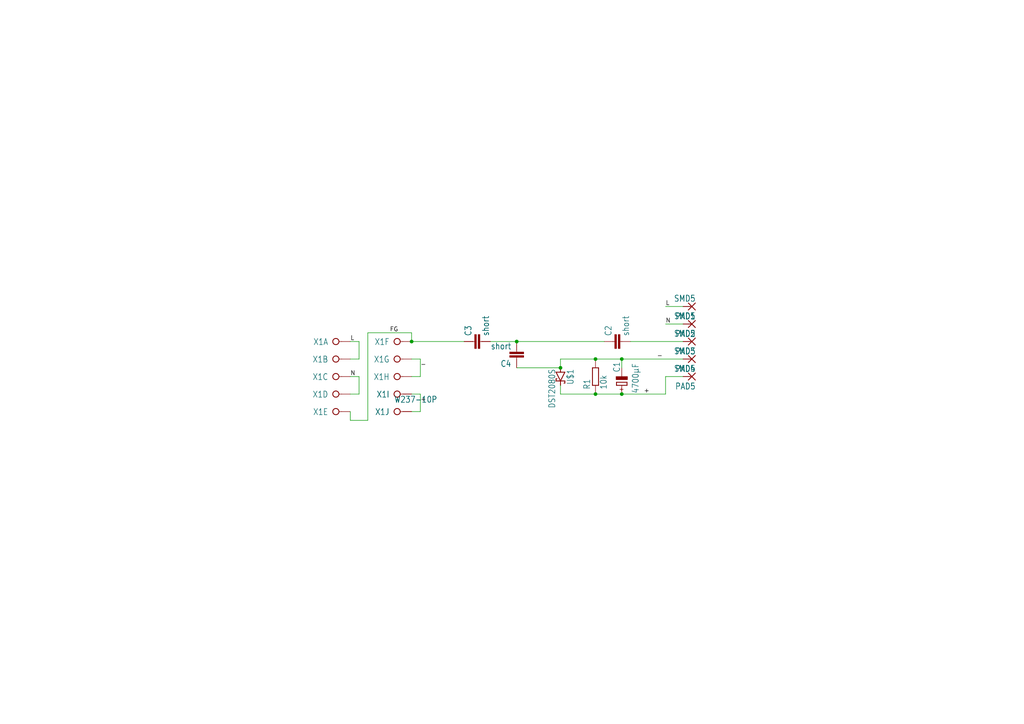
<source format=kicad_sch>
(kicad_sch
	(version 20231120)
	(generator "eeschema")
	(generator_version "8.0")
	(uuid "e88b59f3-004f-415f-8ea1-d23292953830")
	(paper "A4")
	(lib_symbols
		(symbol "24V_PWS-eagle-import:C-EUC1206"
			(exclude_from_sim no)
			(in_bom yes)
			(on_board yes)
			(property "Reference" "C"
				(at 1.524 0.381 0)
				(effects
					(font
						(size 1.778 1.5113)
					)
					(justify left bottom)
				)
			)
			(property "Value" ""
				(at 1.524 -4.699 0)
				(effects
					(font
						(size 1.778 1.5113)
					)
					(justify left bottom)
				)
			)
			(property "Footprint" "24V_PWS:C1206"
				(at 0 0 0)
				(effects
					(font
						(size 1.27 1.27)
					)
					(hide yes)
				)
			)
			(property "Datasheet" ""
				(at 0 0 0)
				(effects
					(font
						(size 1.27 1.27)
					)
					(hide yes)
				)
			)
			(property "Description" "CAPACITOR, European symbol"
				(at 0 0 0)
				(effects
					(font
						(size 1.27 1.27)
					)
					(hide yes)
				)
			)
			(property "ki_locked" ""
				(at 0 0 0)
				(effects
					(font
						(size 1.27 1.27)
					)
				)
			)
			(symbol "C-EUC1206_1_0"
				(rectangle
					(start -2.032 -2.032)
					(end 2.032 -1.524)
					(stroke
						(width 0)
						(type default)
					)
					(fill
						(type outline)
					)
				)
				(rectangle
					(start -2.032 -1.016)
					(end 2.032 -0.508)
					(stroke
						(width 0)
						(type default)
					)
					(fill
						(type outline)
					)
				)
				(polyline
					(pts
						(xy 0 -2.54) (xy 0 -2.032)
					)
					(stroke
						(width 0.1524)
						(type solid)
					)
					(fill
						(type none)
					)
				)
				(polyline
					(pts
						(xy 0 0) (xy 0 -0.508)
					)
					(stroke
						(width 0.1524)
						(type solid)
					)
					(fill
						(type none)
					)
				)
				(pin passive line
					(at 0 2.54 270)
					(length 2.54)
					(name "1"
						(effects
							(font
								(size 0 0)
							)
						)
					)
					(number "1"
						(effects
							(font
								(size 0 0)
							)
						)
					)
				)
				(pin passive line
					(at 0 -5.08 90)
					(length 2.54)
					(name "2"
						(effects
							(font
								(size 0 0)
							)
						)
					)
					(number "2"
						(effects
							(font
								(size 0 0)
							)
						)
					)
				)
			)
		)
		(symbol "24V_PWS-eagle-import:CPOL-EUE7.5-18"
			(exclude_from_sim no)
			(in_bom yes)
			(on_board yes)
			(property "Reference" "C"
				(at 1.143 0.4826 0)
				(effects
					(font
						(size 1.778 1.5113)
					)
					(justify left bottom)
				)
			)
			(property "Value" ""
				(at 1.143 -4.5974 0)
				(effects
					(font
						(size 1.778 1.5113)
					)
					(justify left bottom)
				)
			)
			(property "Footprint" "24V_PWS:E7,5-18"
				(at 0 0 0)
				(effects
					(font
						(size 1.27 1.27)
					)
					(hide yes)
				)
			)
			(property "Datasheet" ""
				(at 0 0 0)
				(effects
					(font
						(size 1.27 1.27)
					)
					(hide yes)
				)
			)
			(property "Description" "POLARIZED CAPACITOR, European symbol"
				(at 0 0 0)
				(effects
					(font
						(size 1.27 1.27)
					)
					(hide yes)
				)
			)
			(property "ki_locked" ""
				(at 0 0 0)
				(effects
					(font
						(size 1.27 1.27)
					)
				)
			)
			(symbol "CPOL-EUE7.5-18_1_0"
				(rectangle
					(start -1.651 -2.54)
					(end 1.651 -1.651)
					(stroke
						(width 0)
						(type default)
					)
					(fill
						(type outline)
					)
				)
				(polyline
					(pts
						(xy -1.524 -0.889) (xy 1.524 -0.889)
					)
					(stroke
						(width 0.254)
						(type solid)
					)
					(fill
						(type none)
					)
				)
				(polyline
					(pts
						(xy -1.524 0) (xy -1.524 -0.889)
					)
					(stroke
						(width 0.254)
						(type solid)
					)
					(fill
						(type none)
					)
				)
				(polyline
					(pts
						(xy -1.524 0) (xy 1.524 0)
					)
					(stroke
						(width 0.254)
						(type solid)
					)
					(fill
						(type none)
					)
				)
				(polyline
					(pts
						(xy 1.524 -0.889) (xy 1.524 0)
					)
					(stroke
						(width 0.254)
						(type solid)
					)
					(fill
						(type none)
					)
				)
				(text "+"
					(at -0.5842 0.4064 900)
					(effects
						(font
							(size 1.27 1.0795)
						)
						(justify left bottom)
					)
				)
				(pin passive line
					(at 0 2.54 270)
					(length 2.54)
					(name "+"
						(effects
							(font
								(size 0 0)
							)
						)
					)
					(number "+"
						(effects
							(font
								(size 0 0)
							)
						)
					)
				)
				(pin passive line
					(at 0 -5.08 90)
					(length 2.54)
					(name "-"
						(effects
							(font
								(size 0 0)
							)
						)
					)
					(number "-"
						(effects
							(font
								(size 0 0)
							)
						)
					)
				)
			)
		)
		(symbol "24V_PWS-eagle-import:DST2080S"
			(exclude_from_sim no)
			(in_bom yes)
			(on_board yes)
			(property "Reference" ""
				(at -2.286 1.905 0)
				(effects
					(font
						(size 1.778 1.5113)
					)
					(justify left bottom)
					(hide yes)
				)
			)
			(property "Value" ""
				(at -2.286 -3.429 0)
				(effects
					(font
						(size 1.778 1.5113)
					)
					(justify left bottom)
				)
			)
			(property "Footprint" "24V_PWS:TO-277B"
				(at 0 0 0)
				(effects
					(font
						(size 1.27 1.27)
					)
					(hide yes)
				)
			)
			(property "Datasheet" ""
				(at 0 0 0)
				(effects
					(font
						(size 1.27 1.27)
					)
					(hide yes)
				)
			)
			(property "Description" "Schottky Diode TO-277B"
				(at 0 0 0)
				(effects
					(font
						(size 1.27 1.27)
					)
					(hide yes)
				)
			)
			(property "ki_locked" ""
				(at 0 0 0)
				(effects
					(font
						(size 1.27 1.27)
					)
				)
			)
			(symbol "DST2080S_1_0"
				(polyline
					(pts
						(xy -1.27 -1.27) (xy 1.27 0)
					)
					(stroke
						(width 0.254)
						(type solid)
					)
					(fill
						(type none)
					)
				)
				(polyline
					(pts
						(xy -1.27 0) (xy -2.54 0)
					)
					(stroke
						(width 0.254)
						(type solid)
					)
					(fill
						(type none)
					)
				)
				(polyline
					(pts
						(xy -1.27 0) (xy -1.27 -1.27)
					)
					(stroke
						(width 0.254)
						(type solid)
					)
					(fill
						(type none)
					)
				)
				(polyline
					(pts
						(xy -1.27 1.27) (xy -1.27 0)
					)
					(stroke
						(width 0.254)
						(type solid)
					)
					(fill
						(type none)
					)
				)
				(polyline
					(pts
						(xy 0.635 -1.016) (xy 0.635 -1.27)
					)
					(stroke
						(width 0.254)
						(type solid)
					)
					(fill
						(type none)
					)
				)
				(polyline
					(pts
						(xy 1.27 -1.27) (xy 0.635 -1.27)
					)
					(stroke
						(width 0.254)
						(type solid)
					)
					(fill
						(type none)
					)
				)
				(polyline
					(pts
						(xy 1.27 0) (xy -1.27 1.27)
					)
					(stroke
						(width 0.254)
						(type solid)
					)
					(fill
						(type none)
					)
				)
				(polyline
					(pts
						(xy 1.27 0) (xy 1.27 -1.27)
					)
					(stroke
						(width 0.254)
						(type solid)
					)
					(fill
						(type none)
					)
				)
				(polyline
					(pts
						(xy 1.27 0) (xy 2.54 0)
					)
					(stroke
						(width 0.254)
						(type solid)
					)
					(fill
						(type none)
					)
				)
				(polyline
					(pts
						(xy 1.27 1.27) (xy 1.27 0)
					)
					(stroke
						(width 0.254)
						(type solid)
					)
					(fill
						(type none)
					)
				)
				(polyline
					(pts
						(xy 1.905 1.27) (xy 1.27 1.27)
					)
					(stroke
						(width 0.254)
						(type solid)
					)
					(fill
						(type none)
					)
				)
				(polyline
					(pts
						(xy 1.905 1.27) (xy 1.905 1.016)
					)
					(stroke
						(width 0.254)
						(type solid)
					)
					(fill
						(type none)
					)
				)
				(pin passive line
					(at 2.54 0 180)
					(length 0)
					(name "C"
						(effects
							(font
								(size 0 0)
							)
						)
					)
					(number "P$1"
						(effects
							(font
								(size 0 0)
							)
						)
					)
				)
				(pin passive line
					(at -2.54 0 0)
					(length 0)
					(name "A"
						(effects
							(font
								(size 0 0)
							)
						)
					)
					(number "P$2"
						(effects
							(font
								(size 0 0)
							)
						)
					)
				)
				(pin passive line
					(at -2.54 0 0)
					(length 0)
					(name "A"
						(effects
							(font
								(size 0 0)
							)
						)
					)
					(number "P$3"
						(effects
							(font
								(size 0 0)
							)
						)
					)
				)
			)
		)
		(symbol "24V_PWS-eagle-import:R-EU_R2012"
			(exclude_from_sim no)
			(in_bom yes)
			(on_board yes)
			(property "Reference" "R"
				(at -3.81 1.4986 0)
				(effects
					(font
						(size 1.778 1.5113)
					)
					(justify left bottom)
				)
			)
			(property "Value" ""
				(at -3.81 -3.302 0)
				(effects
					(font
						(size 1.778 1.5113)
					)
					(justify left bottom)
				)
			)
			(property "Footprint" "24V_PWS:R2012"
				(at 0 0 0)
				(effects
					(font
						(size 1.27 1.27)
					)
					(hide yes)
				)
			)
			(property "Datasheet" ""
				(at 0 0 0)
				(effects
					(font
						(size 1.27 1.27)
					)
					(hide yes)
				)
			)
			(property "Description" "RESISTOR, European symbol"
				(at 0 0 0)
				(effects
					(font
						(size 1.27 1.27)
					)
					(hide yes)
				)
			)
			(property "ki_locked" ""
				(at 0 0 0)
				(effects
					(font
						(size 1.27 1.27)
					)
				)
			)
			(symbol "R-EU_R2012_1_0"
				(polyline
					(pts
						(xy -2.54 -0.889) (xy -2.54 0.889)
					)
					(stroke
						(width 0.254)
						(type solid)
					)
					(fill
						(type none)
					)
				)
				(polyline
					(pts
						(xy -2.54 -0.889) (xy 2.54 -0.889)
					)
					(stroke
						(width 0.254)
						(type solid)
					)
					(fill
						(type none)
					)
				)
				(polyline
					(pts
						(xy 2.54 -0.889) (xy 2.54 0.889)
					)
					(stroke
						(width 0.254)
						(type solid)
					)
					(fill
						(type none)
					)
				)
				(polyline
					(pts
						(xy 2.54 0.889) (xy -2.54 0.889)
					)
					(stroke
						(width 0.254)
						(type solid)
					)
					(fill
						(type none)
					)
				)
				(pin passive line
					(at -5.08 0 0)
					(length 2.54)
					(name "1"
						(effects
							(font
								(size 0 0)
							)
						)
					)
					(number "1"
						(effects
							(font
								(size 0 0)
							)
						)
					)
				)
				(pin passive line
					(at 5.08 0 180)
					(length 2.54)
					(name "2"
						(effects
							(font
								(size 0 0)
							)
						)
					)
					(number "2"
						(effects
							(font
								(size 0 0)
							)
						)
					)
				)
			)
		)
		(symbol "24V_PWS-eagle-import:SMD5"
			(exclude_from_sim no)
			(in_bom yes)
			(on_board yes)
			(property "Reference" "PAD"
				(at -1.143 1.8542 0)
				(effects
					(font
						(size 1.778 1.5113)
					)
					(justify left bottom)
				)
			)
			(property "Value" ""
				(at -1.143 -3.302 0)
				(effects
					(font
						(size 1.778 1.5113)
					)
					(justify left bottom)
				)
			)
			(property "Footprint" "24V_PWS:SMD2,54-5,08"
				(at 0 0 0)
				(effects
					(font
						(size 1.27 1.27)
					)
					(hide yes)
				)
			)
			(property "Datasheet" ""
				(at 0 0 0)
				(effects
					(font
						(size 1.27 1.27)
					)
					(hide yes)
				)
			)
			(property "Description" "SMD PAD"
				(at 0 0 0)
				(effects
					(font
						(size 1.27 1.27)
					)
					(hide yes)
				)
			)
			(property "ki_locked" ""
				(at 0 0 0)
				(effects
					(font
						(size 1.27 1.27)
					)
				)
			)
			(symbol "SMD5_1_0"
				(polyline
					(pts
						(xy -1.016 -1.016) (xy 1.016 1.016)
					)
					(stroke
						(width 0.254)
						(type solid)
					)
					(fill
						(type none)
					)
				)
				(polyline
					(pts
						(xy -1.016 1.016) (xy 1.016 -1.016)
					)
					(stroke
						(width 0.254)
						(type solid)
					)
					(fill
						(type none)
					)
				)
				(pin passive line
					(at 2.54 0 180)
					(length 2.54)
					(name "P"
						(effects
							(font
								(size 0 0)
							)
						)
					)
					(number "1"
						(effects
							(font
								(size 0 0)
							)
						)
					)
				)
			)
		)
		(symbol "24V_PWS-eagle-import:W237-10P"
			(exclude_from_sim no)
			(in_bom yes)
			(on_board yes)
			(property "Reference" "X"
				(at -1.27 0.889 0)
				(effects
					(font
						(size 1.778 1.5113)
					)
					(justify right top)
				)
			)
			(property "Value" ""
				(at 0 2.54 0)
				(effects
					(font
						(size 1.778 1.5113)
					)
					(justify left bottom)
					(hide yes)
				)
			)
			(property "Footprint" "24V_PWS:W237-10P"
				(at 0 0 0)
				(effects
					(font
						(size 1.27 1.27)
					)
					(hide yes)
				)
			)
			(property "Datasheet" ""
				(at 0 0 0)
				(effects
					(font
						(size 1.27 1.27)
					)
					(hide yes)
				)
			)
			(property "Description" "WAGO SREW CLAMP"
				(at 0 0 0)
				(effects
					(font
						(size 1.27 1.27)
					)
					(hide yes)
				)
			)
			(property "ki_locked" ""
				(at 0 0 0)
				(effects
					(font
						(size 1.27 1.27)
					)
				)
			)
			(symbol "W237-10P_1_0"
				(polyline
					(pts
						(xy 1.778 0) (xy 2.54 0)
					)
					(stroke
						(width 0.1524)
						(type solid)
					)
					(fill
						(type none)
					)
				)
				(circle
					(center 0.889 0)
					(radius 0.898)
					(stroke
						(width 0.254)
						(type solid)
					)
					(fill
						(type none)
					)
				)
				(pin passive line
					(at 5.08 0 180)
					(length 2.54)
					(name "KL"
						(effects
							(font
								(size 0 0)
							)
						)
					)
					(number "1"
						(effects
							(font
								(size 0 0)
							)
						)
					)
				)
			)
			(symbol "W237-10P_2_0"
				(polyline
					(pts
						(xy 1.778 0) (xy 2.54 0)
					)
					(stroke
						(width 0.1524)
						(type solid)
					)
					(fill
						(type none)
					)
				)
				(circle
					(center 0.889 0)
					(radius 0.898)
					(stroke
						(width 0.254)
						(type solid)
					)
					(fill
						(type none)
					)
				)
				(pin passive line
					(at 5.08 0 180)
					(length 2.54)
					(name "KL"
						(effects
							(font
								(size 0 0)
							)
						)
					)
					(number "2"
						(effects
							(font
								(size 0 0)
							)
						)
					)
				)
			)
			(symbol "W237-10P_3_0"
				(polyline
					(pts
						(xy 1.778 0) (xy 2.54 0)
					)
					(stroke
						(width 0.1524)
						(type solid)
					)
					(fill
						(type none)
					)
				)
				(circle
					(center 0.889 0)
					(radius 0.898)
					(stroke
						(width 0.254)
						(type solid)
					)
					(fill
						(type none)
					)
				)
				(pin passive line
					(at 5.08 0 180)
					(length 2.54)
					(name "KL"
						(effects
							(font
								(size 0 0)
							)
						)
					)
					(number "3"
						(effects
							(font
								(size 0 0)
							)
						)
					)
				)
			)
			(symbol "W237-10P_4_0"
				(polyline
					(pts
						(xy 1.778 0) (xy 2.54 0)
					)
					(stroke
						(width 0.1524)
						(type solid)
					)
					(fill
						(type none)
					)
				)
				(circle
					(center 0.889 0)
					(radius 0.898)
					(stroke
						(width 0.254)
						(type solid)
					)
					(fill
						(type none)
					)
				)
				(pin passive line
					(at 5.08 0 180)
					(length 2.54)
					(name "KL"
						(effects
							(font
								(size 0 0)
							)
						)
					)
					(number "4"
						(effects
							(font
								(size 0 0)
							)
						)
					)
				)
			)
			(symbol "W237-10P_5_0"
				(polyline
					(pts
						(xy 1.778 0) (xy 2.54 0)
					)
					(stroke
						(width 0.1524)
						(type solid)
					)
					(fill
						(type none)
					)
				)
				(circle
					(center 0.889 0)
					(radius 0.898)
					(stroke
						(width 0.254)
						(type solid)
					)
					(fill
						(type none)
					)
				)
				(pin passive line
					(at 5.08 0 180)
					(length 2.54)
					(name "KL"
						(effects
							(font
								(size 0 0)
							)
						)
					)
					(number "5"
						(effects
							(font
								(size 0 0)
							)
						)
					)
				)
			)
			(symbol "W237-10P_6_0"
				(polyline
					(pts
						(xy 1.778 0) (xy 2.54 0)
					)
					(stroke
						(width 0.1524)
						(type solid)
					)
					(fill
						(type none)
					)
				)
				(circle
					(center 0.889 0)
					(radius 0.898)
					(stroke
						(width 0.254)
						(type solid)
					)
					(fill
						(type none)
					)
				)
				(pin passive line
					(at 5.08 0 180)
					(length 2.54)
					(name "KL"
						(effects
							(font
								(size 0 0)
							)
						)
					)
					(number "6"
						(effects
							(font
								(size 0 0)
							)
						)
					)
				)
			)
			(symbol "W237-10P_7_0"
				(polyline
					(pts
						(xy 1.778 0) (xy 2.54 0)
					)
					(stroke
						(width 0.1524)
						(type solid)
					)
					(fill
						(type none)
					)
				)
				(circle
					(center 0.889 0)
					(radius 0.898)
					(stroke
						(width 0.254)
						(type solid)
					)
					(fill
						(type none)
					)
				)
				(pin passive line
					(at 5.08 0 180)
					(length 2.54)
					(name "KL"
						(effects
							(font
								(size 0 0)
							)
						)
					)
					(number "7"
						(effects
							(font
								(size 0 0)
							)
						)
					)
				)
			)
			(symbol "W237-10P_8_0"
				(polyline
					(pts
						(xy 1.778 0) (xy 2.54 0)
					)
					(stroke
						(width 0.1524)
						(type solid)
					)
					(fill
						(type none)
					)
				)
				(circle
					(center 0.889 0)
					(radius 0.898)
					(stroke
						(width 0.254)
						(type solid)
					)
					(fill
						(type none)
					)
				)
				(pin passive line
					(at 5.08 0 180)
					(length 2.54)
					(name "KL"
						(effects
							(font
								(size 0 0)
							)
						)
					)
					(number "8"
						(effects
							(font
								(size 0 0)
							)
						)
					)
				)
			)
			(symbol "W237-10P_9_0"
				(polyline
					(pts
						(xy 1.778 0) (xy 2.54 0)
					)
					(stroke
						(width 0.1524)
						(type solid)
					)
					(fill
						(type none)
					)
				)
				(circle
					(center 0.889 0)
					(radius 0.898)
					(stroke
						(width 0.254)
						(type solid)
					)
					(fill
						(type none)
					)
				)
				(pin passive line
					(at 5.08 0 180)
					(length 2.54)
					(name "KL"
						(effects
							(font
								(size 0 0)
							)
						)
					)
					(number "9"
						(effects
							(font
								(size 0 0)
							)
						)
					)
				)
			)
			(symbol "W237-10P_10_0"
				(polyline
					(pts
						(xy 1.778 0) (xy 2.54 0)
					)
					(stroke
						(width 0.1524)
						(type solid)
					)
					(fill
						(type none)
					)
				)
				(circle
					(center 0.889 0)
					(radius 0.898)
					(stroke
						(width 0.254)
						(type solid)
					)
					(fill
						(type none)
					)
				)
				(pin passive line
					(at 5.08 0 180)
					(length 2.54)
					(name "KL"
						(effects
							(font
								(size 0 0)
							)
						)
					)
					(number "10"
						(effects
							(font
								(size 0 0)
							)
						)
					)
				)
			)
		)
	)
	(junction
		(at 180.34 104.14)
		(diameter 0)
		(color 0 0 0 0)
		(uuid "75354120-fa89-4426-9282-1209f4d5d694")
	)
	(junction
		(at 172.72 104.14)
		(diameter 0)
		(color 0 0 0 0)
		(uuid "93e4575f-b4fa-4f19-8e35-51db50da0f5e")
	)
	(junction
		(at 172.72 114.3)
		(diameter 0)
		(color 0 0 0 0)
		(uuid "b6a55ee9-e1e9-49f3-9a34-957edd8eb788")
	)
	(junction
		(at 180.34 114.3)
		(diameter 0)
		(color 0 0 0 0)
		(uuid "baefd9b9-f9e3-4129-9762-761c960d37f5")
	)
	(junction
		(at 119.38 99.06)
		(diameter 0)
		(color 0 0 0 0)
		(uuid "e5cacdb1-44c8-4db1-949d-524d342e8981")
	)
	(junction
		(at 149.86 99.06)
		(diameter 0)
		(color 0 0 0 0)
		(uuid "eca6a96e-a83b-4340-922a-6296893f6d70")
	)
	(junction
		(at 162.56 106.68)
		(diameter 0)
		(color 0 0 0 0)
		(uuid "fd93dba9-2588-4e68-83e7-4f83cb5364f6")
	)
	(wire
		(pts
			(xy 149.86 106.68) (xy 162.56 106.68)
		)
		(stroke
			(width 0.1524)
			(type solid)
		)
		(uuid "0a681858-34d6-46c1-807a-e5c2409eab6f")
	)
	(wire
		(pts
			(xy 121.92 119.38) (xy 119.38 119.38)
		)
		(stroke
			(width 0.1524)
			(type solid)
		)
		(uuid "0b808f6f-502d-4aa7-b7bb-e461f335eefb")
	)
	(wire
		(pts
			(xy 101.6 109.22) (xy 104.14 109.22)
		)
		(stroke
			(width 0.1524)
			(type solid)
		)
		(uuid "0ec97959-02b8-41ff-897e-33953a952030")
	)
	(wire
		(pts
			(xy 162.56 114.3) (xy 162.56 111.76)
		)
		(stroke
			(width 0.1524)
			(type solid)
		)
		(uuid "13789e57-b07b-4a41-9a52-d677d0083062")
	)
	(wire
		(pts
			(xy 172.72 114.3) (xy 162.56 114.3)
		)
		(stroke
			(width 0.1524)
			(type solid)
		)
		(uuid "1761e2b5-174f-4caf-a859-e70d60345b16")
	)
	(wire
		(pts
			(xy 193.04 114.3) (xy 180.34 114.3)
		)
		(stroke
			(width 0.1524)
			(type solid)
		)
		(uuid "246223ab-11f1-4f31-9160-2e2b2575380e")
	)
	(wire
		(pts
			(xy 104.14 109.22) (xy 104.14 114.3)
		)
		(stroke
			(width 0.1524)
			(type solid)
		)
		(uuid "481d46ab-51b3-4ab5-8dc5-7d589cea5ebf")
	)
	(wire
		(pts
			(xy 104.14 99.06) (xy 104.14 104.14)
		)
		(stroke
			(width 0.1524)
			(type solid)
		)
		(uuid "567ad6e7-2fb4-4134-994f-f700de81df9d")
	)
	(wire
		(pts
			(xy 193.04 109.22) (xy 193.04 114.3)
		)
		(stroke
			(width 0.1524)
			(type solid)
		)
		(uuid "5bd4a0ca-1183-40dd-9aca-379256b4c1de")
	)
	(wire
		(pts
			(xy 175.26 99.06) (xy 149.86 99.06)
		)
		(stroke
			(width 0.1524)
			(type solid)
		)
		(uuid "5c0e87ee-fc09-47ec-b02d-85a5f2c24608")
	)
	(wire
		(pts
			(xy 121.92 114.3) (xy 121.92 119.38)
		)
		(stroke
			(width 0.1524)
			(type solid)
		)
		(uuid "5f7475b9-b963-477e-87bc-b8bf6ed23acb")
	)
	(wire
		(pts
			(xy 180.34 106.68) (xy 180.34 104.14)
		)
		(stroke
			(width 0.1524)
			(type solid)
		)
		(uuid "7050e00d-d9fa-4cc0-bd6f-47a2eae8ad9c")
	)
	(wire
		(pts
			(xy 198.12 109.22) (xy 193.04 109.22)
		)
		(stroke
			(width 0.1524)
			(type solid)
		)
		(uuid "7261c26a-452a-4c08-89c1-54a14a188550")
	)
	(wire
		(pts
			(xy 101.6 121.92) (xy 106.68 121.92)
		)
		(stroke
			(width 0.1524)
			(type solid)
		)
		(uuid "73079948-623f-460b-90f1-478826a4e77b")
	)
	(wire
		(pts
			(xy 101.6 99.06) (xy 104.14 99.06)
		)
		(stroke
			(width 0.1524)
			(type solid)
		)
		(uuid "7387008b-8e00-4b50-a1b2-0055dd6a6a2b")
	)
	(wire
		(pts
			(xy 198.12 88.9) (xy 193.04 88.9)
		)
		(stroke
			(width 0.1524)
			(type solid)
		)
		(uuid "757b700c-5e5a-4cb2-a788-aeec0eb2fa9f")
	)
	(wire
		(pts
			(xy 106.68 121.92) (xy 106.68 96.52)
		)
		(stroke
			(width 0.1524)
			(type solid)
		)
		(uuid "7bcaed2f-5d55-4ecd-96e5-61d60affd1a5")
	)
	(wire
		(pts
			(xy 149.86 99.06) (xy 142.24 99.06)
		)
		(stroke
			(width 0.1524)
			(type solid)
		)
		(uuid "7dc5017f-b534-40a7-b810-c60809cfae62")
	)
	(wire
		(pts
			(xy 119.38 104.14) (xy 121.92 104.14)
		)
		(stroke
			(width 0.1524)
			(type solid)
		)
		(uuid "92038b41-5226-43e2-81f5-912b023d6488")
	)
	(wire
		(pts
			(xy 162.56 104.14) (xy 162.56 106.68)
		)
		(stroke
			(width 0.1524)
			(type solid)
		)
		(uuid "94588d1a-13f8-4d1d-9902-0f16ea3cf0df")
	)
	(wire
		(pts
			(xy 180.34 114.3) (xy 172.72 114.3)
		)
		(stroke
			(width 0.1524)
			(type solid)
		)
		(uuid "99ed8b82-e865-459e-8933-c9d0755cccae")
	)
	(wire
		(pts
			(xy 104.14 114.3) (xy 101.6 114.3)
		)
		(stroke
			(width 0.1524)
			(type solid)
		)
		(uuid "9a253a8d-14c3-4c72-9b97-fb3d18ca822f")
	)
	(wire
		(pts
			(xy 180.34 104.14) (xy 172.72 104.14)
		)
		(stroke
			(width 0.1524)
			(type solid)
		)
		(uuid "a0aa3d25-af50-4f66-94cf-e2ccb774bdb2")
	)
	(wire
		(pts
			(xy 198.12 104.14) (xy 180.34 104.14)
		)
		(stroke
			(width 0.1524)
			(type solid)
		)
		(uuid "bbb7e4ef-2b46-4795-9022-050f8b468bfe")
	)
	(wire
		(pts
			(xy 101.6 119.38) (xy 101.6 121.92)
		)
		(stroke
			(width 0.1524)
			(type solid)
		)
		(uuid "c4c67061-bc99-4308-9992-3b7c5bed3a33")
	)
	(wire
		(pts
			(xy 121.92 109.22) (xy 119.38 109.22)
		)
		(stroke
			(width 0.1524)
			(type solid)
		)
		(uuid "c8607f73-9b30-446f-b0c0-49dfb5347d15")
	)
	(wire
		(pts
			(xy 172.72 104.14) (xy 162.56 104.14)
		)
		(stroke
			(width 0.1524)
			(type solid)
		)
		(uuid "d3ad7fb8-9538-4832-a391-7640facaad78")
	)
	(wire
		(pts
			(xy 106.68 96.52) (xy 119.38 96.52)
		)
		(stroke
			(width 0.1524)
			(type solid)
		)
		(uuid "d44183ee-38c5-4156-8078-d1d38534d02a")
	)
	(wire
		(pts
			(xy 198.12 99.06) (xy 182.88 99.06)
		)
		(stroke
			(width 0.1524)
			(type solid)
		)
		(uuid "d8c89670-cb10-4840-8bd6-e25f91bd9cca")
	)
	(wire
		(pts
			(xy 121.92 104.14) (xy 121.92 109.22)
		)
		(stroke
			(width 0.1524)
			(type solid)
		)
		(uuid "da3ec52e-9555-4279-bd42-b0b333bb1eff")
	)
	(wire
		(pts
			(xy 104.14 104.14) (xy 101.6 104.14)
		)
		(stroke
			(width 0.1524)
			(type solid)
		)
		(uuid "dae852c4-4d37-4ace-a144-4b73c7d26902")
	)
	(wire
		(pts
			(xy 134.62 99.06) (xy 119.38 99.06)
		)
		(stroke
			(width 0.1524)
			(type solid)
		)
		(uuid "e3c8592b-acbc-40e0-9aaf-8825d6317c9a")
	)
	(wire
		(pts
			(xy 119.38 114.3) (xy 121.92 114.3)
		)
		(stroke
			(width 0.1524)
			(type solid)
		)
		(uuid "eba00868-8b7d-4cb2-8e73-dc3c73a81da6")
	)
	(wire
		(pts
			(xy 119.38 96.52) (xy 119.38 99.06)
		)
		(stroke
			(width 0.1524)
			(type solid)
		)
		(uuid "f9196517-f081-47d1-ac62-a6c9c2080649")
	)
	(wire
		(pts
			(xy 198.12 93.98) (xy 193.04 93.98)
		)
		(stroke
			(width 0.1524)
			(type solid)
		)
		(uuid "fbe23d84-8340-47c5-912e-2829965a3623")
	)
	(label "-"
		(at 121.92 106.68 0)
		(effects
			(font
				(size 1.2446 1.2446)
			)
			(justify left bottom)
		)
		(uuid "1171721c-ecd8-4122-9c90-0e4ea0c2063f")
	)
	(label "+"
		(at 186.69 114.3 0)
		(effects
			(font
				(size 1.2446 1.2446)
			)
			(justify left bottom)
		)
		(uuid "33d4ce01-fae5-4f50-ad3b-5c4b89fe319d")
	)
	(label "N"
		(at 193.04 93.98 0)
		(effects
			(font
				(size 1.2446 1.2446)
			)
			(justify left bottom)
		)
		(uuid "86c8bb15-3108-4f04-b475-6c3bbeadc3f0")
	)
	(label "-"
		(at 190.5 104.14 0)
		(effects
			(font
				(size 1.2446 1.2446)
			)
			(justify left bottom)
		)
		(uuid "89900ddf-62b0-404e-971f-0171ea02d7dd")
	)
	(label "N"
		(at 101.6 109.22 0)
		(effects
			(font
				(size 1.2446 1.2446)
			)
			(justify left bottom)
		)
		(uuid "cd8d9c3f-6025-4e70-847d-7038aedda891")
	)
	(label "L"
		(at 193.04 88.9 0)
		(effects
			(font
				(size 1.2446 1.2446)
			)
			(justify left bottom)
		)
		(uuid "d5524f7e-4297-483d-ad4d-b73975467594")
	)
	(label "+"
		(at 121.92 116.84 0)
		(effects
			(font
				(size 1.2446 1.2446)
			)
			(justify left bottom)
		)
		(uuid "df441c3c-557a-4987-942d-279f7b1dd1fc")
	)
	(label "FG"
		(at 113.03 96.52 0)
		(effects
			(font
				(size 1.2446 1.2446)
			)
			(justify left bottom)
		)
		(uuid "e7c99872-2ce4-499d-8ac1-0c55c44529ed")
	)
	(label "L"
		(at 101.6 99.06 0)
		(effects
			(font
				(size 1.2446 1.2446)
			)
			(justify left bottom)
		)
		(uuid "f6844505-71d6-4998-937b-958872a971b1")
	)
	(symbol
		(lib_id "24V_PWS-eagle-import:W237-10P")
		(at 96.52 119.38 0)
		(unit 5)
		(exclude_from_sim no)
		(in_bom yes)
		(on_board yes)
		(dnp no)
		(uuid "029d99a1-2930-42b1-b4e6-fe221a992e5e")
		(property "Reference" "X1"
			(at 95.25 118.491 0)
			(effects
				(font
					(size 1.778 1.5113)
				)
				(justify right top)
			)
		)
		(property "Value" "W237-10P"
			(at 96.52 116.84 0)
			(effects
				(font
					(size 1.778 1.5113)
				)
				(justify left bottom)
				(hide yes)
			)
		)
		(property "Footprint" "24V_PWS:W237-10P"
			(at 96.52 119.38 0)
			(effects
				(font
					(size 1.27 1.27)
				)
				(hide yes)
			)
		)
		(property "Datasheet" ""
			(at 96.52 119.38 0)
			(effects
				(font
					(size 1.27 1.27)
				)
				(hide yes)
			)
		)
		(property "Description" ""
			(at 96.52 119.38 0)
			(effects
				(font
					(size 1.27 1.27)
				)
				(hide yes)
			)
		)
		(pin "9"
			(uuid "2f3e7a51-d4c7-429c-9807-2bb206f71410")
		)
		(pin "4"
			(uuid "e0b5d3df-da36-469f-80d2-bf56c94ae5f9")
		)
		(pin "7"
			(uuid "d02f621d-1d9c-40a0-b37f-baaaf39c808b")
		)
		(pin "2"
			(uuid "2f084fec-b848-4865-8aaf-31a750b1dc40")
		)
		(pin "3"
			(uuid "d0cd3dda-4175-4074-9d0d-b222c4ea1ee2")
		)
		(pin "1"
			(uuid "6066596c-1770-45f1-9ec1-ed3e4611d368")
		)
		(pin "6"
			(uuid "64978a5d-e4c6-4296-995a-4ce463012a9d")
		)
		(pin "8"
			(uuid "3f9cb895-fa8b-4b8f-98a5-919faf7059f6")
		)
		(pin "10"
			(uuid "4948ee45-db60-49ca-8dd7-1420d8fa9835")
		)
		(pin "5"
			(uuid "220d9fdd-9b0a-490f-b2cb-dd97fb42c571")
		)
		(instances
			(project ""
				(path "/e88b59f3-004f-415f-8ea1-d23292953830"
					(reference "X1")
					(unit 5)
				)
			)
		)
	)
	(symbol
		(lib_id "24V_PWS-eagle-import:R-EU_R2012")
		(at 172.72 109.22 90)
		(unit 1)
		(exclude_from_sim no)
		(in_bom yes)
		(on_board yes)
		(dnp no)
		(uuid "20589109-8495-45c3-81cf-3c9375fd8813")
		(property "Reference" "R1"
			(at 171.2214 113.03 0)
			(effects
				(font
					(size 1.778 1.5113)
				)
				(justify left bottom)
			)
		)
		(property "Value" "10k"
			(at 176.022 113.03 0)
			(effects
				(font
					(size 1.778 1.5113)
				)
				(justify left bottom)
			)
		)
		(property "Footprint" "24V_PWS:R2012"
			(at 172.72 109.22 0)
			(effects
				(font
					(size 1.27 1.27)
				)
				(hide yes)
			)
		)
		(property "Datasheet" ""
			(at 172.72 109.22 0)
			(effects
				(font
					(size 1.27 1.27)
				)
				(hide yes)
			)
		)
		(property "Description" ""
			(at 172.72 109.22 0)
			(effects
				(font
					(size 1.27 1.27)
				)
				(hide yes)
			)
		)
		(pin "1"
			(uuid "52bd8746-5453-40bd-a204-94832d1c20b8")
		)
		(pin "2"
			(uuid "263466a9-e3d2-443e-b347-46ccce5d16ef")
		)
		(instances
			(project ""
				(path "/e88b59f3-004f-415f-8ea1-d23292953830"
					(reference "R1")
					(unit 1)
				)
			)
		)
	)
	(symbol
		(lib_id "24V_PWS-eagle-import:W237-10P")
		(at 96.52 99.06 0)
		(unit 1)
		(exclude_from_sim no)
		(in_bom yes)
		(on_board yes)
		(dnp no)
		(uuid "21218c16-0096-4b5a-808c-2819a7965e27")
		(property "Reference" "X1"
			(at 95.25 98.171 0)
			(effects
				(font
					(size 1.778 1.5113)
				)
				(justify right top)
			)
		)
		(property "Value" "W237-10P"
			(at 96.52 96.52 0)
			(effects
				(font
					(size 1.778 1.5113)
				)
				(justify left bottom)
				(hide yes)
			)
		)
		(property "Footprint" "24V_PWS:W237-10P"
			(at 96.52 99.06 0)
			(effects
				(font
					(size 1.27 1.27)
				)
				(hide yes)
			)
		)
		(property "Datasheet" ""
			(at 96.52 99.06 0)
			(effects
				(font
					(size 1.27 1.27)
				)
				(hide yes)
			)
		)
		(property "Description" ""
			(at 96.52 99.06 0)
			(effects
				(font
					(size 1.27 1.27)
				)
				(hide yes)
			)
		)
		(pin "2"
			(uuid "fd9e1552-2394-4d33-aa14-7623cf2d0b53")
		)
		(pin "8"
			(uuid "df5c02da-d0c5-4bf1-8296-54a1b57676c7")
		)
		(pin "4"
			(uuid "4e3cfa56-e808-44b3-8ed0-220029b373bc")
		)
		(pin "9"
			(uuid "8904e41a-2a4e-46fe-b82a-3d095dee77cc")
		)
		(pin "5"
			(uuid "25ff74fd-44b8-416d-a453-02e103b76948")
		)
		(pin "10"
			(uuid "7c2f5d19-d59c-4f5d-a6d6-0663c7dfd184")
		)
		(pin "1"
			(uuid "10b51a3f-acd0-47e1-84ae-1cff61f166d7")
		)
		(pin "3"
			(uuid "7477dafb-e23e-481f-8194-fc5663c000b2")
		)
		(pin "7"
			(uuid "a696cc77-3576-47ea-a030-9d4e9a3c1c5b")
		)
		(pin "6"
			(uuid "acf80a12-65d7-4117-a854-c07988ab7a0e")
		)
		(instances
			(project ""
				(path "/e88b59f3-004f-415f-8ea1-d23292953830"
					(reference "X1")
					(unit 1)
				)
			)
		)
	)
	(symbol
		(lib_id "24V_PWS-eagle-import:SMD5")
		(at 200.66 109.22 180)
		(unit 1)
		(exclude_from_sim no)
		(in_bom yes)
		(on_board yes)
		(dnp no)
		(uuid "2cc05343-f0df-4f55-9e68-3a6ba2158c92")
		(property "Reference" "PAD5"
			(at 201.803 111.0742 0)
			(effects
				(font
					(size 1.778 1.5113)
				)
				(justify left bottom)
			)
		)
		(property "Value" "SMD5"
			(at 201.803 105.918 0)
			(effects
				(font
					(size 1.778 1.5113)
				)
				(justify left bottom)
			)
		)
		(property "Footprint" "24V_PWS:SMD2,54-5,08"
			(at 200.66 109.22 0)
			(effects
				(font
					(size 1.27 1.27)
				)
				(hide yes)
			)
		)
		(property "Datasheet" ""
			(at 200.66 109.22 0)
			(effects
				(font
					(size 1.27 1.27)
				)
				(hide yes)
			)
		)
		(property "Description" ""
			(at 200.66 109.22 0)
			(effects
				(font
					(size 1.27 1.27)
				)
				(hide yes)
			)
		)
		(pin "1"
			(uuid "449a533c-5aa9-48cf-b658-71afad9aa820")
		)
		(instances
			(project ""
				(path "/e88b59f3-004f-415f-8ea1-d23292953830"
					(reference "PAD5")
					(unit 1)
				)
			)
		)
	)
	(symbol
		(lib_id "24V_PWS-eagle-import:W237-10P")
		(at 96.52 104.14 0)
		(unit 2)
		(exclude_from_sim no)
		(in_bom yes)
		(on_board yes)
		(dnp no)
		(uuid "34f6c2dc-fa1c-47be-ac5f-93b1778ebb9d")
		(property "Reference" "X1"
			(at 95.25 103.251 0)
			(effects
				(font
					(size 1.778 1.5113)
				)
				(justify right top)
			)
		)
		(property "Value" "W237-10P"
			(at 96.52 101.6 0)
			(effects
				(font
					(size 1.778 1.5113)
				)
				(justify left bottom)
				(hide yes)
			)
		)
		(property "Footprint" "24V_PWS:W237-10P"
			(at 96.52 104.14 0)
			(effects
				(font
					(size 1.27 1.27)
				)
				(hide yes)
			)
		)
		(property "Datasheet" ""
			(at 96.52 104.14 0)
			(effects
				(font
					(size 1.27 1.27)
				)
				(hide yes)
			)
		)
		(property "Description" ""
			(at 96.52 104.14 0)
			(effects
				(font
					(size 1.27 1.27)
				)
				(hide yes)
			)
		)
		(pin "1"
			(uuid "b8ba8520-d1af-4538-994f-be771dfbd071")
		)
		(pin "2"
			(uuid "62656179-299c-46b4-8c4f-afcc2ba32a9f")
		)
		(pin "3"
			(uuid "a5579cc8-636f-41b8-a333-18e526402606")
		)
		(pin "4"
			(uuid "c414a08f-6e9e-43cd-b1f5-74b191e43dce")
		)
		(pin "5"
			(uuid "c537bbb6-dd41-4a2b-bbe8-3dcf9e16c772")
		)
		(pin "8"
			(uuid "e7917497-9165-494f-80f3-c50b364bfa81")
		)
		(pin "6"
			(uuid "e72b5bcf-9c78-430e-83d7-215e955cdc54")
		)
		(pin "7"
			(uuid "ffe4148c-3676-4cf7-a2a3-13554a9d54e5")
		)
		(pin "9"
			(uuid "87810740-0b37-4001-8d2d-466e2fde7aa4")
		)
		(pin "10"
			(uuid "db69b425-6c15-414e-a9da-308081dfd1c9")
		)
		(instances
			(project ""
				(path "/e88b59f3-004f-415f-8ea1-d23292953830"
					(reference "X1")
					(unit 2)
				)
			)
		)
	)
	(symbol
		(lib_id "24V_PWS-eagle-import:C-EUC1206")
		(at 137.16 99.06 90)
		(unit 1)
		(exclude_from_sim no)
		(in_bom yes)
		(on_board yes)
		(dnp no)
		(uuid "3ecf5faa-51e0-4ab9-8f43-3f75ebfab89a")
		(property "Reference" "C3"
			(at 136.779 97.536 0)
			(effects
				(font
					(size 1.778 1.5113)
				)
				(justify left bottom)
			)
		)
		(property "Value" "short"
			(at 141.859 97.536 0)
			(effects
				(font
					(size 1.778 1.5113)
				)
				(justify left bottom)
			)
		)
		(property "Footprint" "24V_PWS:C1206"
			(at 137.16 99.06 0)
			(effects
				(font
					(size 1.27 1.27)
				)
				(hide yes)
			)
		)
		(property "Datasheet" ""
			(at 137.16 99.06 0)
			(effects
				(font
					(size 1.27 1.27)
				)
				(hide yes)
			)
		)
		(property "Description" ""
			(at 137.16 99.06 0)
			(effects
				(font
					(size 1.27 1.27)
				)
				(hide yes)
			)
		)
		(pin "1"
			(uuid "a556bfa6-3ef2-4328-81eb-1df987036883")
		)
		(pin "2"
			(uuid "1048e614-8ef7-4ebb-98f2-467f48dd3b77")
		)
		(instances
			(project ""
				(path "/e88b59f3-004f-415f-8ea1-d23292953830"
					(reference "C3")
					(unit 1)
				)
			)
		)
	)
	(symbol
		(lib_id "24V_PWS-eagle-import:C-EUC1206")
		(at 149.86 104.14 180)
		(unit 1)
		(exclude_from_sim no)
		(in_bom yes)
		(on_board yes)
		(dnp no)
		(uuid "56fc9b6b-47a9-4bac-8048-c4bc652d0d9a")
		(property "Reference" "C4"
			(at 148.336 104.521 0)
			(effects
				(font
					(size 1.778 1.5113)
				)
				(justify left bottom)
			)
		)
		(property "Value" "short"
			(at 148.336 99.441 0)
			(effects
				(font
					(size 1.778 1.5113)
				)
				(justify left bottom)
			)
		)
		(property "Footprint" "24V_PWS:C1206"
			(at 149.86 104.14 0)
			(effects
				(font
					(size 1.27 1.27)
				)
				(hide yes)
			)
		)
		(property "Datasheet" ""
			(at 149.86 104.14 0)
			(effects
				(font
					(size 1.27 1.27)
				)
				(hide yes)
			)
		)
		(property "Description" ""
			(at 149.86 104.14 0)
			(effects
				(font
					(size 1.27 1.27)
				)
				(hide yes)
			)
		)
		(pin "1"
			(uuid "954633d2-8ce0-4d92-9302-09e441d369da")
		)
		(pin "2"
			(uuid "6164b413-ee24-4979-8cfa-ae5bb8c9486a")
		)
		(instances
			(project ""
				(path "/e88b59f3-004f-415f-8ea1-d23292953830"
					(reference "C4")
					(unit 1)
				)
			)
		)
	)
	(symbol
		(lib_id "24V_PWS-eagle-import:DST2080S")
		(at 162.56 109.22 270)
		(unit 1)
		(exclude_from_sim no)
		(in_bom yes)
		(on_board yes)
		(dnp no)
		(uuid "5bd51828-e617-465d-8a26-337b10710ac9")
		(property "Reference" "U$1"
			(at 164.465 106.934 0)
			(effects
				(font
					(size 1.778 1.5113)
				)
				(justify left bottom)
			)
		)
		(property "Value" "DST2080S"
			(at 159.131 106.934 0)
			(effects
				(font
					(size 1.778 1.5113)
				)
				(justify left bottom)
			)
		)
		(property "Footprint" "24V_PWS:TO-277B"
			(at 162.56 109.22 0)
			(effects
				(font
					(size 1.27 1.27)
				)
				(hide yes)
			)
		)
		(property "Datasheet" ""
			(at 162.56 109.22 0)
			(effects
				(font
					(size 1.27 1.27)
				)
				(hide yes)
			)
		)
		(property "Description" ""
			(at 162.56 109.22 0)
			(effects
				(font
					(size 1.27 1.27)
				)
				(hide yes)
			)
		)
		(pin "P$2"
			(uuid "2e23c769-4d3b-4a04-8901-fb29477f3683")
		)
		(pin "P$3"
			(uuid "bf27ceab-c545-4329-bbe5-090890df4b0d")
		)
		(pin "P$1"
			(uuid "68683177-e17e-48b3-baa2-8f584875e599")
		)
		(instances
			(project ""
				(path "/e88b59f3-004f-415f-8ea1-d23292953830"
					(reference "U$1")
					(unit 1)
				)
			)
		)
	)
	(symbol
		(lib_id "24V_PWS-eagle-import:CPOL-EUE7.5-18")
		(at 180.34 111.76 180)
		(unit 1)
		(exclude_from_sim no)
		(in_bom yes)
		(on_board yes)
		(dnp no)
		(uuid "64f5c35b-a53f-4126-9a1e-e471d20a0b70")
		(property "Reference" "C1"
			(at 179.8574 108.077 90)
			(effects
				(font
					(size 1.778 1.5113)
				)
				(justify right top)
			)
		)
		(property "Value" "4700µF"
			(at 183.3626 105.283 90)
			(effects
				(font
					(size 1.778 1.5113)
				)
				(justify left bottom)
			)
		)
		(property "Footprint" "24V_PWS:E7,5-18"
			(at 180.34 111.76 0)
			(effects
				(font
					(size 1.27 1.27)
				)
				(hide yes)
			)
		)
		(property "Datasheet" ""
			(at 180.34 111.76 0)
			(effects
				(font
					(size 1.27 1.27)
				)
				(hide yes)
			)
		)
		(property "Description" ""
			(at 180.34 111.76 0)
			(effects
				(font
					(size 1.27 1.27)
				)
				(hide yes)
			)
		)
		(pin "+"
			(uuid "4c02d266-2914-42bd-a222-71f7e9e7322f")
		)
		(pin "-"
			(uuid "2f472834-93b7-46c8-bf08-f2078dcabec7")
		)
		(instances
			(project ""
				(path "/e88b59f3-004f-415f-8ea1-d23292953830"
					(reference "C1")
					(unit 1)
				)
			)
		)
	)
	(symbol
		(lib_id "24V_PWS-eagle-import:W237-10P")
		(at 114.3 109.22 0)
		(unit 8)
		(exclude_from_sim no)
		(in_bom yes)
		(on_board yes)
		(dnp no)
		(uuid "66c87d29-3dfe-4992-93ba-26ca0a5cf133")
		(property "Reference" "X1"
			(at 113.03 108.331 0)
			(effects
				(font
					(size 1.778 1.5113)
				)
				(justify right top)
			)
		)
		(property "Value" "W237-10P"
			(at 114.3 106.68 0)
			(effects
				(font
					(size 1.778 1.5113)
				)
				(justify left bottom)
				(hide yes)
			)
		)
		(property "Footprint" "24V_PWS:W237-10P"
			(at 114.3 109.22 0)
			(effects
				(font
					(size 1.27 1.27)
				)
				(hide yes)
			)
		)
		(property "Datasheet" ""
			(at 114.3 109.22 0)
			(effects
				(font
					(size 1.27 1.27)
				)
				(hide yes)
			)
		)
		(property "Description" ""
			(at 114.3 109.22 0)
			(effects
				(font
					(size 1.27 1.27)
				)
				(hide yes)
			)
		)
		(pin "5"
			(uuid "3f523b61-5846-43b1-a6a4-5dad4116530a")
		)
		(pin "4"
			(uuid "f7a7b705-6c4f-4913-9d90-25ff3f2da54e")
		)
		(pin "2"
			(uuid "af9f9a71-9bd1-45df-b67e-7151469536fc")
		)
		(pin "8"
			(uuid "cfd44d7c-5e12-46d6-a173-c07a75d5fc53")
		)
		(pin "3"
			(uuid "3559b77c-fd8e-4dde-ac95-9af2b63169e8")
		)
		(pin "6"
			(uuid "6c6d7eff-72af-4be9-9953-701875b54899")
		)
		(pin "1"
			(uuid "2f1ed791-a998-4f26-b4c5-a5f0f823e2f8")
		)
		(pin "10"
			(uuid "87b49ece-3a3d-4532-b2cc-823fc85b69c6")
		)
		(pin "7"
			(uuid "0ded4909-797b-45e8-80ab-f4131f6f1655")
		)
		(pin "9"
			(uuid "d3b19ea3-05a9-435a-867c-f66683b861a3")
		)
		(instances
			(project ""
				(path "/e88b59f3-004f-415f-8ea1-d23292953830"
					(reference "X1")
					(unit 8)
				)
			)
		)
	)
	(symbol
		(lib_id "24V_PWS-eagle-import:W237-10P")
		(at 114.3 99.06 0)
		(unit 6)
		(exclude_from_sim no)
		(in_bom yes)
		(on_board yes)
		(dnp no)
		(uuid "67eef19e-ee1d-4712-bbf8-031ba4e98e94")
		(property "Reference" "X1"
			(at 113.03 98.171 0)
			(effects
				(font
					(size 1.778 1.5113)
				)
				(justify right top)
			)
		)
		(property "Value" "W237-10P"
			(at 114.3 96.52 0)
			(effects
				(font
					(size 1.778 1.5113)
				)
				(justify left bottom)
				(hide yes)
			)
		)
		(property "Footprint" "24V_PWS:W237-10P"
			(at 114.3 99.06 0)
			(effects
				(font
					(size 1.27 1.27)
				)
				(hide yes)
			)
		)
		(property "Datasheet" ""
			(at 114.3 99.06 0)
			(effects
				(font
					(size 1.27 1.27)
				)
				(hide yes)
			)
		)
		(property "Description" ""
			(at 114.3 99.06 0)
			(effects
				(font
					(size 1.27 1.27)
				)
				(hide yes)
			)
		)
		(pin "2"
			(uuid "c1b272f2-1a36-4ee9-a007-442b4911aaa5")
		)
		(pin "3"
			(uuid "3e961b08-28b2-40b8-9be6-4787df881e69")
		)
		(pin "6"
			(uuid "63e7fcf9-c764-480b-9aa4-4dfb5c0965e7")
		)
		(pin "1"
			(uuid "356c4246-c776-47c5-a52c-c755251e28e8")
		)
		(pin "8"
			(uuid "7398dd74-7bcc-4991-9ba3-c1baa327a258")
		)
		(pin "9"
			(uuid "d7c3c595-e68d-494c-a81f-b53742bd6d32")
		)
		(pin "4"
			(uuid "b9355f3c-6835-4b37-920d-f79554851b3e")
		)
		(pin "7"
			(uuid "6f507333-f8b8-4b09-a621-ab1e203f8cca")
		)
		(pin "10"
			(uuid "0dd82ed8-0763-40fd-8c87-c5237cac8b4b")
		)
		(pin "5"
			(uuid "2c9898a0-b1cd-4000-b8c4-05e56676ae04")
		)
		(instances
			(project ""
				(path "/e88b59f3-004f-415f-8ea1-d23292953830"
					(reference "X1")
					(unit 6)
				)
			)
		)
	)
	(symbol
		(lib_id "24V_PWS-eagle-import:SMD5")
		(at 200.66 88.9 180)
		(unit 1)
		(exclude_from_sim no)
		(in_bom yes)
		(on_board yes)
		(dnp no)
		(uuid "75e58a4a-d290-4907-b5b6-79e301010639")
		(property "Reference" "PAD1"
			(at 201.803 90.7542 0)
			(effects
				(font
					(size 1.778 1.5113)
				)
				(justify left bottom)
			)
		)
		(property "Value" "SMD5"
			(at 201.803 85.598 0)
			(effects
				(font
					(size 1.778 1.5113)
				)
				(justify left bottom)
			)
		)
		(property "Footprint" "24V_PWS:SMD2,54-5,08"
			(at 200.66 88.9 0)
			(effects
				(font
					(size 1.27 1.27)
				)
				(hide yes)
			)
		)
		(property "Datasheet" ""
			(at 200.66 88.9 0)
			(effects
				(font
					(size 1.27 1.27)
				)
				(hide yes)
			)
		)
		(property "Description" ""
			(at 200.66 88.9 0)
			(effects
				(font
					(size 1.27 1.27)
				)
				(hide yes)
			)
		)
		(pin "1"
			(uuid "92da9476-ffaf-466e-9e77-7d2dbeb49075")
		)
		(instances
			(project ""
				(path "/e88b59f3-004f-415f-8ea1-d23292953830"
					(reference "PAD1")
					(unit 1)
				)
			)
		)
	)
	(symbol
		(lib_id "24V_PWS-eagle-import:C-EUC1206")
		(at 177.8 99.06 90)
		(unit 1)
		(exclude_from_sim no)
		(in_bom yes)
		(on_board yes)
		(dnp no)
		(uuid "7f6fcb6c-2aca-47ad-b377-78c2b4b7b8d1")
		(property "Reference" "C2"
			(at 177.419 97.536 0)
			(effects
				(font
					(size 1.778 1.5113)
				)
				(justify left bottom)
			)
		)
		(property "Value" "short"
			(at 182.499 97.536 0)
			(effects
				(font
					(size 1.778 1.5113)
				)
				(justify left bottom)
			)
		)
		(property "Footprint" "24V_PWS:C1206"
			(at 177.8 99.06 0)
			(effects
				(font
					(size 1.27 1.27)
				)
				(hide yes)
			)
		)
		(property "Datasheet" ""
			(at 177.8 99.06 0)
			(effects
				(font
					(size 1.27 1.27)
				)
				(hide yes)
			)
		)
		(property "Description" ""
			(at 177.8 99.06 0)
			(effects
				(font
					(size 1.27 1.27)
				)
				(hide yes)
			)
		)
		(pin "2"
			(uuid "4ee3ac19-32fa-4015-8203-75da068c12ff")
		)
		(pin "1"
			(uuid "0801d924-6f6f-4d1b-a7c6-112aeac9af42")
		)
		(instances
			(project ""
				(path "/e88b59f3-004f-415f-8ea1-d23292953830"
					(reference "C2")
					(unit 1)
				)
			)
		)
	)
	(symbol
		(lib_id "24V_PWS-eagle-import:SMD5")
		(at 200.66 104.14 180)
		(unit 1)
		(exclude_from_sim no)
		(in_bom yes)
		(on_board yes)
		(dnp no)
		(uuid "8d6e370d-d8ea-464e-8f9a-9ee539016aab")
		(property "Reference" "PAD4"
			(at 201.803 105.9942 0)
			(effects
				(font
					(size 1.778 1.5113)
				)
				(justify left bottom)
			)
		)
		(property "Value" "SMD5"
			(at 201.803 100.838 0)
			(effects
				(font
					(size 1.778 1.5113)
				)
				(justify left bottom)
			)
		)
		(property "Footprint" "24V_PWS:SMD2,54-5,08"
			(at 200.66 104.14 0)
			(effects
				(font
					(size 1.27 1.27)
				)
				(hide yes)
			)
		)
		(property "Datasheet" ""
			(at 200.66 104.14 0)
			(effects
				(font
					(size 1.27 1.27)
				)
				(hide yes)
			)
		)
		(property "Description" ""
			(at 200.66 104.14 0)
			(effects
				(font
					(size 1.27 1.27)
				)
				(hide yes)
			)
		)
		(pin "1"
			(uuid "08fb4ddf-d085-46ef-80a6-5427a08bc3d4")
		)
		(instances
			(project ""
				(path "/e88b59f3-004f-415f-8ea1-d23292953830"
					(reference "PAD4")
					(unit 1)
				)
			)
		)
	)
	(symbol
		(lib_id "24V_PWS-eagle-import:W237-10P")
		(at 114.3 114.3 0)
		(unit 9)
		(exclude_from_sim no)
		(in_bom yes)
		(on_board yes)
		(dnp no)
		(uuid "8f156793-e291-4f4a-9b7a-f1e58fdbae8b")
		(property "Reference" "X1"
			(at 113.03 113.411 0)
			(effects
				(font
					(size 1.778 1.5113)
				)
				(justify right top)
			)
		)
		(property "Value" "W237-10P"
			(at 114.3 111.76 0)
			(effects
				(font
					(size 1.778 1.5113)
				)
				(justify left bottom)
				(hide yes)
			)
		)
		(property "Footprint" "24V_PWS:W237-10P"
			(at 114.3 114.3 0)
			(effects
				(font
					(size 1.27 1.27)
				)
				(hide yes)
			)
		)
		(property "Datasheet" ""
			(at 114.3 114.3 0)
			(effects
				(font
					(size 1.27 1.27)
				)
				(hide yes)
			)
		)
		(property "Description" ""
			(at 114.3 114.3 0)
			(effects
				(font
					(size 1.27 1.27)
				)
				(hide yes)
			)
		)
		(pin "8"
			(uuid "1e61f81f-75b7-484a-93a1-ef7d39db2cee")
		)
		(pin "1"
			(uuid "88620864-da45-4bb3-8879-b6acc7796b58")
		)
		(pin "2"
			(uuid "602a7bd5-7f48-4be6-89c2-a7b2aa6a5c4a")
		)
		(pin "6"
			(uuid "dfd4aba1-f35d-4852-998e-8f270caf48d9")
		)
		(pin "7"
			(uuid "28ee5040-f03c-4ff1-916a-1d5da4841fdc")
		)
		(pin "9"
			(uuid "4023ceef-e37a-4221-ac55-ab6bd330e496")
		)
		(pin "3"
			(uuid "add61093-097d-4a74-a528-6f736426c07a")
		)
		(pin "10"
			(uuid "5159b880-1da7-4b7f-89d7-d6c2cfaa77da")
		)
		(pin "4"
			(uuid "c7a81251-3deb-411d-b722-82606faddabf")
		)
		(pin "5"
			(uuid "fdbb52bc-c9bb-42d6-937c-af19352d7c83")
		)
		(instances
			(project ""
				(path "/e88b59f3-004f-415f-8ea1-d23292953830"
					(reference "X1")
					(unit 9)
				)
			)
		)
	)
	(symbol
		(lib_id "24V_PWS-eagle-import:SMD5")
		(at 200.66 99.06 180)
		(unit 1)
		(exclude_from_sim no)
		(in_bom yes)
		(on_board yes)
		(dnp no)
		(uuid "9aa49cad-34b0-45fe-8273-f588750c5f82")
		(property "Reference" "PAD3"
			(at 201.803 100.9142 0)
			(effects
				(font
					(size 1.778 1.5113)
				)
				(justify left bottom)
			)
		)
		(property "Value" "SMD5"
			(at 201.803 95.758 0)
			(effects
				(font
					(size 1.778 1.5113)
				)
				(justify left bottom)
			)
		)
		(property "Footprint" "24V_PWS:SMD2,54-5,08"
			(at 200.66 99.06 0)
			(effects
				(font
					(size 1.27 1.27)
				)
				(hide yes)
			)
		)
		(property "Datasheet" ""
			(at 200.66 99.06 0)
			(effects
				(font
					(size 1.27 1.27)
				)
				(hide yes)
			)
		)
		(property "Description" ""
			(at 200.66 99.06 0)
			(effects
				(font
					(size 1.27 1.27)
				)
				(hide yes)
			)
		)
		(pin "1"
			(uuid "ea1fba3d-deb0-4193-9ff9-e15d65d0c5f0")
		)
		(instances
			(project ""
				(path "/e88b59f3-004f-415f-8ea1-d23292953830"
					(reference "PAD3")
					(unit 1)
				)
			)
		)
	)
	(symbol
		(lib_id "24V_PWS-eagle-import:W237-10P")
		(at 114.3 104.14 0)
		(unit 7)
		(exclude_from_sim no)
		(in_bom yes)
		(on_board yes)
		(dnp no)
		(uuid "9bc87647-4081-4207-b527-f4e1517b3b57")
		(property "Reference" "X1"
			(at 113.03 103.251 0)
			(effects
				(font
					(size 1.778 1.5113)
				)
				(justify right top)
			)
		)
		(property "Value" "W237-10P"
			(at 114.3 101.6 0)
			(effects
				(font
					(size 1.778 1.5113)
				)
				(justify left bottom)
				(hide yes)
			)
		)
		(property "Footprint" "24V_PWS:W237-10P"
			(at 114.3 104.14 0)
			(effects
				(font
					(size 1.27 1.27)
				)
				(hide yes)
			)
		)
		(property "Datasheet" ""
			(at 114.3 104.14 0)
			(effects
				(font
					(size 1.27 1.27)
				)
				(hide yes)
			)
		)
		(property "Description" ""
			(at 114.3 104.14 0)
			(effects
				(font
					(size 1.27 1.27)
				)
				(hide yes)
			)
		)
		(pin "9"
			(uuid "ae04d09d-baa5-4021-ae5f-75faa532e20e")
		)
		(pin "8"
			(uuid "74ad8153-4c90-4131-ab36-574bc94b3e2e")
		)
		(pin "10"
			(uuid "7ed364ba-da56-4a2a-9fdb-a6acf10da07c")
		)
		(pin "3"
			(uuid "030804d1-2f7d-4caa-a900-23adcc358386")
		)
		(pin "4"
			(uuid "f13fe369-5073-4ca9-b2c1-cf46343f3e5c")
		)
		(pin "5"
			(uuid "55712275-7315-4b4b-b0a4-bc80197230e7")
		)
		(pin "6"
			(uuid "fffa4c60-cce7-4b6f-a14f-965d24bb2328")
		)
		(pin "7"
			(uuid "070803c4-c4ad-4f34-9570-205bc790f3b4")
		)
		(pin "1"
			(uuid "81645d48-60b1-4775-8ede-44e8cd3237d9")
		)
		(pin "2"
			(uuid "6d8511c5-f67a-46fc-9144-8e79a9c2b0e3")
		)
		(instances
			(project ""
				(path "/e88b59f3-004f-415f-8ea1-d23292953830"
					(reference "X1")
					(unit 7)
				)
			)
		)
	)
	(symbol
		(lib_id "24V_PWS-eagle-import:W237-10P")
		(at 96.52 109.22 0)
		(unit 3)
		(exclude_from_sim no)
		(in_bom yes)
		(on_board yes)
		(dnp no)
		(uuid "b9f7b802-44f7-4b41-8139-b8614dd26eb7")
		(property "Reference" "X1"
			(at 95.25 108.331 0)
			(effects
				(font
					(size 1.778 1.5113)
				)
				(justify right top)
			)
		)
		(property "Value" "W237-10P"
			(at 96.52 106.68 0)
			(effects
				(font
					(size 1.778 1.5113)
				)
				(justify left bottom)
				(hide yes)
			)
		)
		(property "Footprint" "24V_PWS:W237-10P"
			(at 96.52 109.22 0)
			(effects
				(font
					(size 1.27 1.27)
				)
				(hide yes)
			)
		)
		(property "Datasheet" ""
			(at 96.52 109.22 0)
			(effects
				(font
					(size 1.27 1.27)
				)
				(hide yes)
			)
		)
		(property "Description" ""
			(at 96.52 109.22 0)
			(effects
				(font
					(size 1.27 1.27)
				)
				(hide yes)
			)
		)
		(pin "1"
			(uuid "721fc2ee-9df3-41d3-b159-ddc7fbfca169")
		)
		(pin "3"
			(uuid "051bf65d-b35e-4f93-a27f-09e06bc1ebd1")
		)
		(pin "4"
			(uuid "f9f86406-d5c4-40ce-bed0-e5644cf4d54c")
		)
		(pin "5"
			(uuid "21f97576-521d-485c-90e8-4642a4f61b5f")
		)
		(pin "8"
			(uuid "8a72ce11-769d-496a-818a-8ff7b68f5832")
		)
		(pin "2"
			(uuid "b9c1cbe7-8176-46a6-8e9b-0949642aea30")
		)
		(pin "6"
			(uuid "91b152a6-0a77-46d6-9cc7-542ba0a71198")
		)
		(pin "7"
			(uuid "7808fa73-80d4-468b-9a41-93a17d63e0f9")
		)
		(pin "9"
			(uuid "405a6a05-85e2-4a01-8bf6-59ccb8627611")
		)
		(pin "10"
			(uuid "1f984c85-6683-45cd-80b6-951f998f37fe")
		)
		(instances
			(project ""
				(path "/e88b59f3-004f-415f-8ea1-d23292953830"
					(reference "X1")
					(unit 3)
				)
			)
		)
	)
	(symbol
		(lib_id "24V_PWS-eagle-import:W237-10P")
		(at 96.52 114.3 0)
		(unit 4)
		(exclude_from_sim no)
		(in_bom yes)
		(on_board yes)
		(dnp no)
		(uuid "bb9e1621-09be-4c0f-96f9-05648b4934d6")
		(property "Reference" "X1"
			(at 95.25 113.411 0)
			(effects
				(font
					(size 1.778 1.5113)
				)
				(justify right top)
			)
		)
		(property "Value" "W237-10P"
			(at 96.52 111.76 0)
			(effects
				(font
					(size 1.778 1.5113)
				)
				(justify left bottom)
				(hide yes)
			)
		)
		(property "Footprint" "24V_PWS:W237-10P"
			(at 96.52 114.3 0)
			(effects
				(font
					(size 1.27 1.27)
				)
				(hide yes)
			)
		)
		(property "Datasheet" ""
			(at 96.52 114.3 0)
			(effects
				(font
					(size 1.27 1.27)
				)
				(hide yes)
			)
		)
		(property "Description" ""
			(at 96.52 114.3 0)
			(effects
				(font
					(size 1.27 1.27)
				)
				(hide yes)
			)
		)
		(pin "10"
			(uuid "b28463d0-36e5-498a-997e-511115caa791")
		)
		(pin "2"
			(uuid "0b6ee660-0866-4052-b011-fc5a7852974d")
		)
		(pin "4"
			(uuid "d5ead2f3-8041-4014-be2e-6e23ad31fa6c")
		)
		(pin "8"
			(uuid "03944b2b-6152-49d6-8c62-dce0ed172ebc")
		)
		(pin "3"
			(uuid "3fb5e1ef-2116-4d4c-b345-3cf2d901ef54")
		)
		(pin "9"
			(uuid "33e6d075-6239-4623-a4d0-4750adb2057f")
		)
		(pin "7"
			(uuid "786c76f0-fcd2-43a5-a6ac-156739381780")
		)
		(pin "1"
			(uuid "5ce500d9-5bfa-4711-b4a5-e1ab8fdcd00e")
		)
		(pin "5"
			(uuid "27d64f21-f16b-4c49-b1cd-bb1673c18640")
		)
		(pin "6"
			(uuid "80b1d054-a334-441f-a7f5-28068e4d172e")
		)
		(instances
			(project ""
				(path "/e88b59f3-004f-415f-8ea1-d23292953830"
					(reference "X1")
					(unit 4)
				)
			)
		)
	)
	(symbol
		(lib_id "24V_PWS-eagle-import:SMD5")
		(at 200.66 93.98 180)
		(unit 1)
		(exclude_from_sim no)
		(in_bom yes)
		(on_board yes)
		(dnp no)
		(uuid "cd53268c-bf5b-469f-a047-a5d4b5d32e65")
		(property "Reference" "PAD2"
			(at 201.803 95.8342 0)
			(effects
				(font
					(size 1.778 1.5113)
				)
				(justify left bottom)
			)
		)
		(property "Value" "SMD5"
			(at 201.803 90.678 0)
			(effects
				(font
					(size 1.778 1.5113)
				)
				(justify left bottom)
			)
		)
		(property "Footprint" "24V_PWS:SMD2,54-5,08"
			(at 200.66 93.98 0)
			(effects
				(font
					(size 1.27 1.27)
				)
				(hide yes)
			)
		)
		(property "Datasheet" ""
			(at 200.66 93.98 0)
			(effects
				(font
					(size 1.27 1.27)
				)
				(hide yes)
			)
		)
		(property "Description" ""
			(at 200.66 93.98 0)
			(effects
				(font
					(size 1.27 1.27)
				)
				(hide yes)
			)
		)
		(pin "1"
			(uuid "20121f64-f1be-46fc-b072-ecc90f838298")
		)
		(instances
			(project ""
				(path "/e88b59f3-004f-415f-8ea1-d23292953830"
					(reference "PAD2")
					(unit 1)
				)
			)
		)
	)
	(symbol
		(lib_id "24V_PWS-eagle-import:W237-10P")
		(at 114.3 119.38 0)
		(unit 10)
		(exclude_from_sim no)
		(in_bom yes)
		(on_board yes)
		(dnp no)
		(uuid "e4a340c3-c7ac-44d0-87f9-ebde6bc12b52")
		(property "Reference" "X1"
			(at 113.03 118.491 0)
			(effects
				(font
					(size 1.778 1.5113)
				)
				(justify right top)
			)
		)
		(property "Value" "W237-10P"
			(at 114.3 116.84 0)
			(effects
				(font
					(size 1.778 1.5113)
				)
				(justify left bottom)
			)
		)
		(property "Footprint" "24V_PWS:W237-10P"
			(at 114.3 119.38 0)
			(effects
				(font
					(size 1.27 1.27)
				)
				(hide yes)
			)
		)
		(property "Datasheet" ""
			(at 114.3 119.38 0)
			(effects
				(font
					(size 1.27 1.27)
				)
				(hide yes)
			)
		)
		(property "Description" ""
			(at 114.3 119.38 0)
			(effects
				(font
					(size 1.27 1.27)
				)
				(hide yes)
			)
		)
		(pin "9"
			(uuid "8ac90f04-4d13-4fdc-aa4a-2a8e183bf639")
		)
		(pin "3"
			(uuid "8898dae4-63ef-4d73-b4a0-c8f4739725f1")
		)
		(pin "1"
			(uuid "ab03775d-5112-492b-ba08-a6454bdb18e4")
		)
		(pin "2"
			(uuid "280e2b22-b546-4fde-9f84-ad92e92ff86c")
		)
		(pin "7"
			(uuid "5b85ccb1-f237-45d6-99f9-ed4536728ff6")
		)
		(pin "10"
			(uuid "e1869b5c-ac38-4aad-a972-6f0d6d98c798")
		)
		(pin "8"
			(uuid "0067e00a-4210-468a-8b39-e09e944ede67")
		)
		(pin "4"
			(uuid "adec3f2c-2f24-456a-a554-36159b3d571f")
		)
		(pin "6"
			(uuid "5ce69790-7271-45da-8254-54ac0a42e2d7")
		)
		(pin "5"
			(uuid "62ca88d8-48af-43ba-8f9c-80cfdb3b3305")
		)
		(instances
			(project ""
				(path "/e88b59f3-004f-415f-8ea1-d23292953830"
					(reference "X1")
					(unit 10)
				)
			)
		)
	)
	(sheet_instances
		(path "/"
			(page "1")
		)
	)
)

</source>
